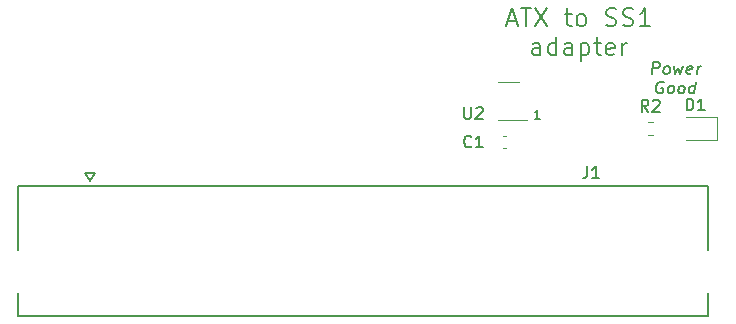
<source format=gbr>
%TF.GenerationSoftware,KiCad,Pcbnew,(5.0.2-5)-5*%
%TF.CreationDate,2023-05-01T14:03:50+02:00*%
%TF.ProjectId,SS1_ATX,5353315f-4154-4582-9e6b-696361645f70,rev?*%
%TF.SameCoordinates,Original*%
%TF.FileFunction,Legend,Top*%
%TF.FilePolarity,Positive*%
%FSLAX46Y46*%
G04 Gerber Fmt 4.6, Leading zero omitted, Abs format (unit mm)*
G04 Created by KiCad (PCBNEW (5.0.2-5)-5) date Lundi 01 mai 2023 à 14:03:50*
%MOMM*%
%LPD*%
G01*
G04 APERTURE LIST*
%ADD10C,0.150000*%
%ADD11C,0.200000*%
%ADD12C,0.120000*%
%ADD13C,0.127000*%
G04 APERTURE END LIST*
D10*
X135584285Y-120389285D02*
X135155714Y-120389285D01*
X135370000Y-120389285D02*
X135370000Y-119639285D01*
X135298571Y-119746428D01*
X135227142Y-119817857D01*
X135155714Y-119853571D01*
D11*
X132824285Y-112125000D02*
X133538571Y-112125000D01*
X132681428Y-112553571D02*
X133181428Y-111053571D01*
X133681428Y-112553571D01*
X133967142Y-111053571D02*
X134824285Y-111053571D01*
X134395714Y-112553571D02*
X134395714Y-111053571D01*
X135181428Y-111053571D02*
X136181428Y-112553571D01*
X136181428Y-111053571D02*
X135181428Y-112553571D01*
X137681428Y-111553571D02*
X138252857Y-111553571D01*
X137895714Y-111053571D02*
X137895714Y-112339285D01*
X137967142Y-112482142D01*
X138110000Y-112553571D01*
X138252857Y-112553571D01*
X138967142Y-112553571D02*
X138824285Y-112482142D01*
X138752857Y-112410714D01*
X138681428Y-112267857D01*
X138681428Y-111839285D01*
X138752857Y-111696428D01*
X138824285Y-111625000D01*
X138967142Y-111553571D01*
X139181428Y-111553571D01*
X139324285Y-111625000D01*
X139395714Y-111696428D01*
X139467142Y-111839285D01*
X139467142Y-112267857D01*
X139395714Y-112410714D01*
X139324285Y-112482142D01*
X139181428Y-112553571D01*
X138967142Y-112553571D01*
X141181428Y-112482142D02*
X141395714Y-112553571D01*
X141752857Y-112553571D01*
X141895714Y-112482142D01*
X141967142Y-112410714D01*
X142038571Y-112267857D01*
X142038571Y-112125000D01*
X141967142Y-111982142D01*
X141895714Y-111910714D01*
X141752857Y-111839285D01*
X141467142Y-111767857D01*
X141324285Y-111696428D01*
X141252857Y-111625000D01*
X141181428Y-111482142D01*
X141181428Y-111339285D01*
X141252857Y-111196428D01*
X141324285Y-111125000D01*
X141467142Y-111053571D01*
X141824285Y-111053571D01*
X142038571Y-111125000D01*
X142610000Y-112482142D02*
X142824285Y-112553571D01*
X143181428Y-112553571D01*
X143324285Y-112482142D01*
X143395714Y-112410714D01*
X143467142Y-112267857D01*
X143467142Y-112125000D01*
X143395714Y-111982142D01*
X143324285Y-111910714D01*
X143181428Y-111839285D01*
X142895714Y-111767857D01*
X142752857Y-111696428D01*
X142681428Y-111625000D01*
X142610000Y-111482142D01*
X142610000Y-111339285D01*
X142681428Y-111196428D01*
X142752857Y-111125000D01*
X142895714Y-111053571D01*
X143252857Y-111053571D01*
X143467142Y-111125000D01*
X144895714Y-112553571D02*
X144038571Y-112553571D01*
X144467142Y-112553571D02*
X144467142Y-111053571D01*
X144324285Y-111267857D01*
X144181428Y-111410714D01*
X144038571Y-111482142D01*
X135610000Y-115003571D02*
X135610000Y-114217857D01*
X135538571Y-114075000D01*
X135395714Y-114003571D01*
X135110000Y-114003571D01*
X134967142Y-114075000D01*
X135610000Y-114932142D02*
X135467142Y-115003571D01*
X135110000Y-115003571D01*
X134967142Y-114932142D01*
X134895714Y-114789285D01*
X134895714Y-114646428D01*
X134967142Y-114503571D01*
X135110000Y-114432142D01*
X135467142Y-114432142D01*
X135610000Y-114360714D01*
X136967142Y-115003571D02*
X136967142Y-113503571D01*
X136967142Y-114932142D02*
X136824285Y-115003571D01*
X136538571Y-115003571D01*
X136395714Y-114932142D01*
X136324285Y-114860714D01*
X136252857Y-114717857D01*
X136252857Y-114289285D01*
X136324285Y-114146428D01*
X136395714Y-114075000D01*
X136538571Y-114003571D01*
X136824285Y-114003571D01*
X136967142Y-114075000D01*
X138324285Y-115003571D02*
X138324285Y-114217857D01*
X138252857Y-114075000D01*
X138110000Y-114003571D01*
X137824285Y-114003571D01*
X137681428Y-114075000D01*
X138324285Y-114932142D02*
X138181428Y-115003571D01*
X137824285Y-115003571D01*
X137681428Y-114932142D01*
X137610000Y-114789285D01*
X137610000Y-114646428D01*
X137681428Y-114503571D01*
X137824285Y-114432142D01*
X138181428Y-114432142D01*
X138324285Y-114360714D01*
X139038571Y-114003571D02*
X139038571Y-115503571D01*
X139038571Y-114075000D02*
X139181428Y-114003571D01*
X139467142Y-114003571D01*
X139610000Y-114075000D01*
X139681428Y-114146428D01*
X139752857Y-114289285D01*
X139752857Y-114717857D01*
X139681428Y-114860714D01*
X139610000Y-114932142D01*
X139467142Y-115003571D01*
X139181428Y-115003571D01*
X139038571Y-114932142D01*
X140181428Y-114003571D02*
X140752857Y-114003571D01*
X140395714Y-113503571D02*
X140395714Y-114789285D01*
X140467142Y-114932142D01*
X140610000Y-115003571D01*
X140752857Y-115003571D01*
X141824285Y-114932142D02*
X141681428Y-115003571D01*
X141395714Y-115003571D01*
X141252857Y-114932142D01*
X141181428Y-114789285D01*
X141181428Y-114217857D01*
X141252857Y-114075000D01*
X141395714Y-114003571D01*
X141681428Y-114003571D01*
X141824285Y-114075000D01*
X141895714Y-114217857D01*
X141895714Y-114360714D01*
X141181428Y-114503571D01*
X142538571Y-115003571D02*
X142538571Y-114003571D01*
X142538571Y-114289285D02*
X142610000Y-114146428D01*
X142681428Y-114075000D01*
X142824285Y-114003571D01*
X142967142Y-114003571D01*
D10*
X145053824Y-116597380D02*
X145178824Y-115597380D01*
X145559776Y-115597380D01*
X145649062Y-115645000D01*
X145690729Y-115692619D01*
X145726443Y-115787857D01*
X145708586Y-115930714D01*
X145649062Y-116025952D01*
X145595491Y-116073571D01*
X145494300Y-116121190D01*
X145113348Y-116121190D01*
X146196681Y-116597380D02*
X146107395Y-116549761D01*
X146065729Y-116502142D01*
X146030014Y-116406904D01*
X146065729Y-116121190D01*
X146125252Y-116025952D01*
X146178824Y-115978333D01*
X146280014Y-115930714D01*
X146422872Y-115930714D01*
X146512157Y-115978333D01*
X146553824Y-116025952D01*
X146589538Y-116121190D01*
X146553824Y-116406904D01*
X146494300Y-116502142D01*
X146440729Y-116549761D01*
X146339538Y-116597380D01*
X146196681Y-116597380D01*
X146946681Y-115930714D02*
X147053824Y-116597380D01*
X147303824Y-116121190D01*
X147434776Y-116597380D01*
X147708586Y-115930714D01*
X148393110Y-116549761D02*
X148291919Y-116597380D01*
X148101443Y-116597380D01*
X148012157Y-116549761D01*
X147976443Y-116454523D01*
X148024062Y-116073571D01*
X148083586Y-115978333D01*
X148184776Y-115930714D01*
X148375252Y-115930714D01*
X148464538Y-115978333D01*
X148500252Y-116073571D01*
X148488348Y-116168809D01*
X148000252Y-116264047D01*
X148863348Y-116597380D02*
X148946681Y-115930714D01*
X148922872Y-116121190D02*
X148982395Y-116025952D01*
X149035967Y-115978333D01*
X149137157Y-115930714D01*
X149232395Y-115930714D01*
X146053824Y-117295000D02*
X145964538Y-117247380D01*
X145821681Y-117247380D01*
X145672872Y-117295000D01*
X145565729Y-117390238D01*
X145506205Y-117485476D01*
X145434776Y-117675952D01*
X145416919Y-117818809D01*
X145440729Y-118009285D01*
X145476443Y-118104523D01*
X145559776Y-118199761D01*
X145696681Y-118247380D01*
X145791919Y-118247380D01*
X145940729Y-118199761D01*
X145994300Y-118152142D01*
X146035967Y-117818809D01*
X145845491Y-117818809D01*
X146553824Y-118247380D02*
X146464538Y-118199761D01*
X146422872Y-118152142D01*
X146387157Y-118056904D01*
X146422872Y-117771190D01*
X146482395Y-117675952D01*
X146535967Y-117628333D01*
X146637157Y-117580714D01*
X146780014Y-117580714D01*
X146869300Y-117628333D01*
X146910967Y-117675952D01*
X146946681Y-117771190D01*
X146910967Y-118056904D01*
X146851443Y-118152142D01*
X146797872Y-118199761D01*
X146696681Y-118247380D01*
X146553824Y-118247380D01*
X147458586Y-118247380D02*
X147369300Y-118199761D01*
X147327633Y-118152142D01*
X147291919Y-118056904D01*
X147327633Y-117771190D01*
X147387157Y-117675952D01*
X147440729Y-117628333D01*
X147541919Y-117580714D01*
X147684776Y-117580714D01*
X147774062Y-117628333D01*
X147815729Y-117675952D01*
X147851443Y-117771190D01*
X147815729Y-118056904D01*
X147756205Y-118152142D01*
X147702633Y-118199761D01*
X147601443Y-118247380D01*
X147458586Y-118247380D01*
X148649062Y-118247380D02*
X148774062Y-117247380D01*
X148655014Y-118199761D02*
X148553824Y-118247380D01*
X148363348Y-118247380D01*
X148274062Y-118199761D01*
X148232395Y-118152142D01*
X148196681Y-118056904D01*
X148232395Y-117771190D01*
X148291919Y-117675952D01*
X148345491Y-117628333D01*
X148446681Y-117580714D01*
X148637157Y-117580714D01*
X148726443Y-117628333D01*
D12*
%TO.C,R2*%
X144688522Y-120704362D02*
X145163038Y-120704362D01*
X144688522Y-121749362D02*
X145163038Y-121749362D01*
D13*
%TO.C,J1*%
X97900000Y-124946000D02*
X97100000Y-124946000D01*
X97100000Y-124946000D02*
X97500000Y-125646000D01*
X97500000Y-125646000D02*
X97900000Y-124946000D01*
X149790000Y-135160000D02*
X149790000Y-137050000D01*
X149790000Y-126050000D02*
X149790000Y-131520000D01*
X91410000Y-137050000D02*
X91410000Y-135160000D01*
X91410000Y-126050000D02*
X91410000Y-131520000D01*
X149790000Y-137050000D02*
X91410000Y-137050000D01*
X91410000Y-126050000D02*
X149790000Y-126050000D01*
D12*
%TO.C,D1*%
X147925780Y-122186862D02*
X150610780Y-122186862D01*
X150610780Y-122186862D02*
X150610780Y-120266862D01*
X150610780Y-120266862D02*
X147925780Y-120266862D01*
%TO.C,U2*%
X133830000Y-117250000D02*
X132030000Y-117250000D01*
X132030000Y-120470000D02*
X134480000Y-120470000D01*
%TO.C,C1*%
X132745580Y-122870000D02*
X132464420Y-122870000D01*
X132745580Y-121850000D02*
X132464420Y-121850000D01*
%TO.C,R2*%
D10*
X144759113Y-119779242D02*
X144425780Y-119303052D01*
X144187684Y-119779242D02*
X144187684Y-118779242D01*
X144568637Y-118779242D01*
X144663875Y-118826862D01*
X144711494Y-118874481D01*
X144759113Y-118969719D01*
X144759113Y-119112576D01*
X144711494Y-119207814D01*
X144663875Y-119255433D01*
X144568637Y-119303052D01*
X144187684Y-119303052D01*
X145140065Y-118874481D02*
X145187684Y-118826862D01*
X145282922Y-118779242D01*
X145521018Y-118779242D01*
X145616256Y-118826862D01*
X145663875Y-118874481D01*
X145711494Y-118969719D01*
X145711494Y-119064957D01*
X145663875Y-119207814D01*
X145092446Y-119779242D01*
X145711494Y-119779242D01*
%TO.C,J1*%
X139576666Y-124422380D02*
X139576666Y-125136666D01*
X139529047Y-125279523D01*
X139433809Y-125374761D01*
X139290952Y-125422380D01*
X139195714Y-125422380D01*
X140576666Y-125422380D02*
X140005238Y-125422380D01*
X140290952Y-125422380D02*
X140290952Y-124422380D01*
X140195714Y-124565238D01*
X140100476Y-124660476D01*
X140005238Y-124708095D01*
%TO.C,D1*%
X147987684Y-119679242D02*
X147987684Y-118679242D01*
X148225780Y-118679242D01*
X148368637Y-118726862D01*
X148463875Y-118822100D01*
X148511494Y-118917338D01*
X148559113Y-119107814D01*
X148559113Y-119250671D01*
X148511494Y-119441147D01*
X148463875Y-119536385D01*
X148368637Y-119631623D01*
X148225780Y-119679242D01*
X147987684Y-119679242D01*
X149511494Y-119679242D02*
X148940065Y-119679242D01*
X149225780Y-119679242D02*
X149225780Y-118679242D01*
X149130541Y-118822100D01*
X149035303Y-118917338D01*
X148940065Y-118964957D01*
%TO.C,U2*%
X129168095Y-119412380D02*
X129168095Y-120221904D01*
X129215714Y-120317142D01*
X129263333Y-120364761D01*
X129358571Y-120412380D01*
X129549047Y-120412380D01*
X129644285Y-120364761D01*
X129691904Y-120317142D01*
X129739523Y-120221904D01*
X129739523Y-119412380D01*
X130168095Y-119507619D02*
X130215714Y-119460000D01*
X130310952Y-119412380D01*
X130549047Y-119412380D01*
X130644285Y-119460000D01*
X130691904Y-119507619D01*
X130739523Y-119602857D01*
X130739523Y-119698095D01*
X130691904Y-119840952D01*
X130120476Y-120412380D01*
X130739523Y-120412380D01*
%TO.C,C1*%
X129763333Y-122717142D02*
X129715714Y-122764761D01*
X129572857Y-122812380D01*
X129477619Y-122812380D01*
X129334761Y-122764761D01*
X129239523Y-122669523D01*
X129191904Y-122574285D01*
X129144285Y-122383809D01*
X129144285Y-122240952D01*
X129191904Y-122050476D01*
X129239523Y-121955238D01*
X129334761Y-121860000D01*
X129477619Y-121812380D01*
X129572857Y-121812380D01*
X129715714Y-121860000D01*
X129763333Y-121907619D01*
X130715714Y-122812380D02*
X130144285Y-122812380D01*
X130430000Y-122812380D02*
X130430000Y-121812380D01*
X130334761Y-121955238D01*
X130239523Y-122050476D01*
X130144285Y-122098095D01*
%TD*%
M02*

</source>
